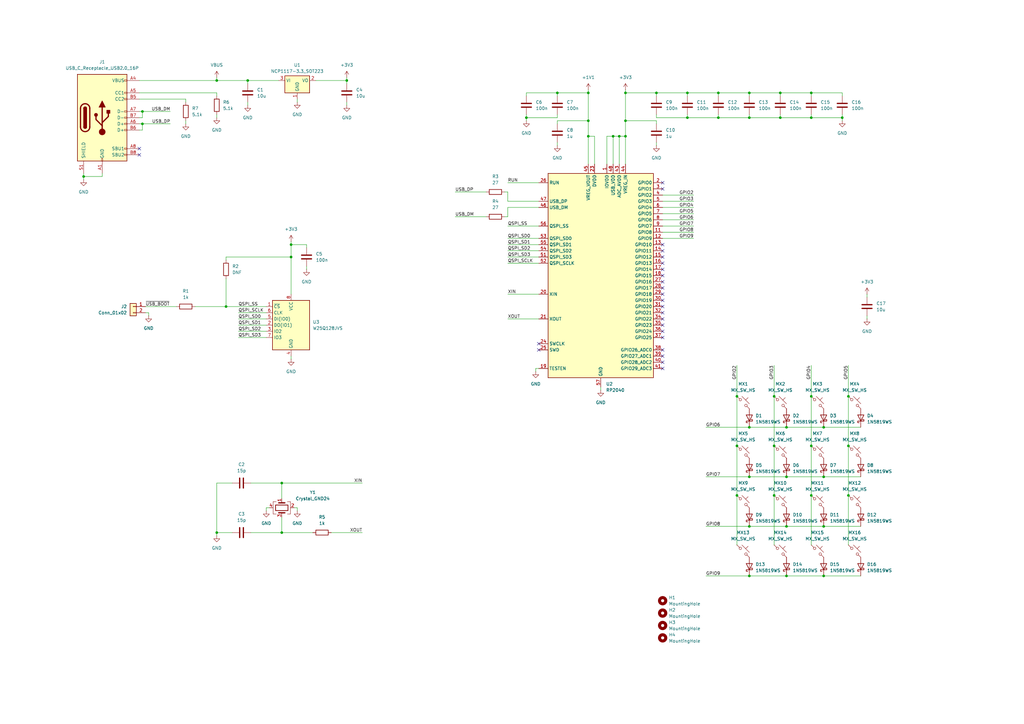
<source format=kicad_sch>
(kicad_sch (version 20231120) (generator "eeschema") (generator_version "8.0")
  (paper "A3")
  (title_block (title "Bandung v1.0.0") (date "2024-06-18") (rev "1") (company "Hikariakari"))
  (junction (at 88.9 218.44))
  (junction (at 119.38 105.41))
  (junction (at 307.34 48.26))
  (junction (at 115.57 218.44))
  (junction (at 215.9 48.26))
  (junction (at 307.34 195.58))
  (junction (at 302.26 203.2))
  (junction (at 320.04 38.1))
  (junction (at 317.5 203.2))
  (junction (at 142.24 33.02))
  (junction (at 317.5 182.88))
  (junction (at 320.04 48.26))
  (junction (at 345.44 48.26))
  (junction (at 337.82 215.9))
  (junction (at 241.3 49.53))
  (junction (at 92.71 125.73))
  (junction (at 58.42 50.8))
  (junction (at 332.74 162.56))
  (junction (at 281.94 48.26))
  (junction (at 307.34 175.26))
  (junction (at 58.42 45.72))
  (junction (at 119.38 100.33))
  (junction (at 332.74 203.2))
  (junction (at 302.26 182.88))
  (junction (at 322.58 195.58))
  (junction (at 251.46 55.88))
  (junction (at 322.58 236.22))
  (junction (at 332.74 182.88))
  (junction (at 294.64 48.26))
  (junction (at 302.26 162.56))
  (junction (at 337.82 236.22))
  (junction (at 228.6 38.1))
  (junction (at 241.3 38.1))
  (junction (at 322.58 175.26))
  (junction (at 347.98 162.56))
  (junction (at 256.54 55.88))
  (junction (at 256.54 38.1))
  (junction (at 307.34 38.1))
  (junction (at 256.54 49.53))
  (junction (at 317.5 162.56))
  (junction (at 241.3 55.88))
  (junction (at 115.57 198.12))
  (junction (at 88.9 33.02))
  (junction (at 269.24 38.1))
  (junction (at 294.64 38.1))
  (junction (at 347.98 203.2))
  (junction (at 307.34 236.22))
  (junction (at 337.82 175.26))
  (junction (at 322.58 215.9))
  (junction (at 332.74 38.1))
  (junction (at 332.74 48.26))
  (junction (at 307.34 215.9))
  (junction (at 337.82 195.58))
  (junction (at 347.98 182.88))
  (junction (at 254 55.88))
  (junction (at 101.6 33.02))
  (junction (at 281.94 38.1))
  (junction (at 34.29 72.39))
  (no_connect (at 57.15 60.96))
  (no_connect (at 271.78 110.49))
  (no_connect (at 271.78 77.47))
  (no_connect (at 271.78 115.57))
  (no_connect (at 271.78 151.13))
  (no_connect (at 271.78 105.41))
  (no_connect (at 271.78 113.03))
  (no_connect (at 271.78 133.35))
  (no_connect (at 271.78 148.59))
  (no_connect (at 271.78 102.87))
  (no_connect (at 271.78 128.27))
  (no_connect (at 271.78 100.33))
  (no_connect (at 271.78 135.89))
  (no_connect (at 271.78 120.65))
  (no_connect (at 271.78 138.43))
  (no_connect (at 271.78 123.19))
  (no_connect (at 271.78 125.73))
  (no_connect (at 220.98 143.51))
  (no_connect (at 57.15 63.5))
  (no_connect (at 271.78 130.81))
  (no_connect (at 271.78 107.95))
  (no_connect (at 271.78 118.11))
  (no_connect (at 220.98 140.97))
  (no_connect (at 271.78 146.05))
  (no_connect (at 271.78 74.93))
  (no_connect (at 271.78 143.51))
  (wire (pts (xy 92.71 105.41) (xy 119.38 105.41)))
  (wire (pts (xy 142.24 33.02) (xy 142.24 34.29)))
  (wire (pts (xy 228.6 38.1) (xy 228.6 39.37)))
  (wire (pts (xy 97.79 138.43) (xy 109.22 138.43)))
  (wire (pts (xy 347.98 162.56) (xy 347.98 149.86)))
  (wire (pts (xy 269.24 49.53) (xy 256.54 49.53)))
  (wire (pts (xy 271.78 80.01) (xy 284.48 80.01)))
  (wire (pts (xy 307.34 175.26) (xy 322.58 175.26)))
  (wire (pts (xy 101.6 41.91) (xy 101.6 43.18)))
  (wire (pts (xy 60.96 129.54) (xy 60.96 128.27)))
  (wire (pts (xy 241.3 49.53) (xy 241.3 55.88)))
  (wire (pts (xy 119.38 105.41) (xy 119.38 120.65)))
  (wire (pts (xy 119.38 146.05) (xy 119.38 147.32)))
  (wire (pts (xy 246.38 158.75) (xy 246.38 160.02)))
  (wire (pts (xy 219.71 151.13) (xy 220.98 151.13)))
  (wire (pts (xy 256.54 36.83) (xy 256.54 38.1)))
  (wire (pts (xy 269.24 58.42) (xy 269.24 59.69)))
  (wire (pts (xy 269.24 46.99) (xy 269.24 48.26)))
  (wire (pts (xy 302.26 162.56) (xy 302.26 182.88)))
  (wire (pts (xy 109.22 208.28) (xy 110.49 208.28)))
  (wire (pts (xy 57.15 53.34) (xy 58.42 53.34)))
  (wire (pts (xy 355.6 120.65) (xy 355.6 121.92)))
  (wire (pts (xy 241.3 67.31) (xy 241.3 55.88)))
  (wire (pts (xy 215.9 38.1) (xy 215.9 39.37)))
  (wire (pts (xy 281.94 38.1) (xy 269.24 38.1)))
  (wire (pts (xy 269.24 49.53) (xy 269.24 50.8)))
  (wire (pts (xy 34.29 71.12) (xy 34.29 72.39)))
  (wire (pts (xy 307.34 236.22) (xy 289.56 236.22)))
  (wire (pts (xy 241.3 55.88) (xy 243.84 55.88)))
  (wire (pts (xy 307.34 195.58) (xy 289.56 195.58)))
  (wire (pts (xy 228.6 38.1) (xy 215.9 38.1)))
  (wire (pts (xy 101.6 33.02) (xy 114.3 33.02)))
  (wire (pts (xy 307.34 236.22) (xy 322.58 236.22)))
  (wire (pts (xy 332.74 162.56) (xy 332.74 182.88)))
  (wire (pts (xy 332.74 38.1) (xy 320.04 38.1)))
  (wire (pts (xy 345.44 38.1) (xy 332.74 38.1)))
  (wire (pts (xy 294.64 38.1) (xy 281.94 38.1)))
  (wire (pts (xy 281.94 38.1) (xy 281.94 39.37)))
  (wire (pts (xy 60.96 128.27) (xy 59.69 128.27)))
  (wire (pts (xy 302.26 203.2) (xy 302.26 223.52)))
  (wire (pts (xy 208.28 102.87) (xy 220.98 102.87)))
  (wire (pts (xy 57.15 40.64) (xy 76.2 40.64)))
  (wire (pts (xy 109.22 209.55) (xy 109.22 208.28)))
  (wire (pts (xy 337.82 175.26) (xy 353.06 175.26)))
  (wire (pts (xy 119.38 99.06) (xy 119.38 100.33)))
  (wire (pts (xy 337.82 215.9) (xy 353.06 215.9)))
  (wire (pts (xy 317.5 182.88) (xy 317.5 203.2)))
  (wire (pts (xy 345.44 48.26) (xy 345.44 46.99)))
  (wire (pts (xy 271.78 85.09) (xy 284.48 85.09)))
  (wire (pts (xy 208.28 130.81) (xy 220.98 130.81)))
  (wire (pts (xy 57.15 45.72) (xy 58.42 45.72)))
  (wire (pts (xy 248.92 55.88) (xy 251.46 55.88)))
  (wire (pts (xy 281.94 46.99) (xy 281.94 48.26)))
  (wire (pts (xy 320.04 46.99) (xy 320.04 48.26)))
  (wire (pts (xy 88.9 218.44) (xy 88.9 219.71)))
  (wire (pts (xy 208.28 82.55) (xy 220.98 82.55)))
  (wire (pts (xy 207.01 88.9) (xy 208.28 88.9)))
  (wire (pts (xy 97.79 130.81) (xy 109.22 130.81)))
  (wire (pts (xy 256.54 67.31) (xy 256.54 55.88)))
  (wire (pts (xy 251.46 55.88) (xy 251.46 67.31)))
  (wire (pts (xy 271.78 82.55) (xy 284.48 82.55)))
  (wire (pts (xy 307.34 48.26) (xy 320.04 48.26)))
  (wire (pts (xy 307.34 38.1) (xy 307.34 39.37)))
  (wire (pts (xy 125.73 100.33) (xy 125.73 101.6)))
  (wire (pts (xy 57.15 33.02) (xy 88.9 33.02)))
  (wire (pts (xy 97.79 128.27) (xy 109.22 128.27)))
  (wire (pts (xy 88.9 198.12) (xy 88.9 218.44)))
  (wire (pts (xy 269.24 38.1) (xy 269.24 39.37)))
  (wire (pts (xy 57.15 48.26) (xy 58.42 48.26)))
  (wire (pts (xy 307.34 46.99) (xy 307.34 48.26)))
  (wire (pts (xy 208.28 78.74) (xy 207.01 78.74)))
  (wire (pts (xy 320.04 48.26) (xy 332.74 48.26)))
  (wire (pts (xy 115.57 204.47) (xy 115.57 198.12)))
  (wire (pts (xy 142.24 41.91) (xy 142.24 43.18)))
  (wire (pts (xy 119.38 100.33) (xy 119.38 105.41)))
  (wire (pts (xy 208.28 107.95) (xy 220.98 107.95)))
  (wire (pts (xy 307.34 215.9) (xy 289.56 215.9)))
  (wire (pts (xy 228.6 48.26) (xy 228.6 46.99)))
  (wire (pts (xy 345.44 38.1) (xy 345.44 39.37)))
  (wire (pts (xy 186.69 88.9) (xy 199.39 88.9)))
  (wire (pts (xy 337.82 195.58) (xy 353.06 195.58)))
  (wire (pts (xy 219.71 152.4) (xy 219.71 151.13)))
  (wire (pts (xy 121.92 40.64) (xy 121.92 41.91)))
  (wire (pts (xy 135.89 218.44) (xy 148.59 218.44)))
  (wire (pts (xy 241.3 49.53) (xy 228.6 49.53)))
  (wire (pts (xy 92.71 125.73) (xy 109.22 125.73)))
  (wire (pts (xy 208.28 88.9) (xy 208.28 85.09)))
  (wire (pts (xy 115.57 218.44) (xy 128.27 218.44)))
  (wire (pts (xy 115.57 218.44) (xy 115.57 212.09)))
  (wire (pts (xy 76.2 40.64) (xy 76.2 41.91)))
  (wire (pts (xy 102.87 218.44) (xy 115.57 218.44)))
  (wire (pts (xy 332.74 162.56) (xy 332.74 149.86)))
  (wire (pts (xy 208.28 74.93) (xy 220.98 74.93)))
  (wire (pts (xy 243.84 55.88) (xy 243.84 67.31)))
  (wire (pts (xy 332.74 203.2) (xy 332.74 223.52)))
  (wire (pts (xy 294.64 48.26) (xy 307.34 48.26)))
  (wire (pts (xy 92.71 106.68) (xy 92.71 105.41)))
  (wire (pts (xy 269.24 48.26) (xy 281.94 48.26)))
  (wire (pts (xy 115.57 198.12) (xy 148.59 198.12)))
  (wire (pts (xy 248.92 67.31) (xy 248.92 55.88)))
  (wire (pts (xy 186.69 78.74) (xy 199.39 78.74)))
  (wire (pts (xy 88.9 33.02) (xy 101.6 33.02)))
  (wire (pts (xy 59.69 125.73) (xy 72.39 125.73)))
  (wire (pts (xy 142.24 31.75) (xy 142.24 33.02)))
  (wire (pts (xy 256.54 49.53) (xy 256.54 38.1)))
  (wire (pts (xy 58.42 53.34) (xy 58.42 50.8)))
  (wire (pts (xy 34.29 72.39) (xy 34.29 73.66)))
  (wire (pts (xy 271.78 95.25) (xy 284.48 95.25)))
  (wire (pts (xy 322.58 236.22) (xy 337.82 236.22)))
  (wire (pts (xy 347.98 182.88) (xy 347.98 203.2)))
  (wire (pts (xy 317.5 203.2) (xy 317.5 223.52)))
  (wire (pts (xy 208.28 85.09) (xy 220.98 85.09)))
  (wire (pts (xy 97.79 135.89) (xy 109.22 135.89)))
  (wire (pts (xy 322.58 215.9) (xy 337.82 215.9)))
  (wire (pts (xy 307.34 195.58) (xy 322.58 195.58)))
  (wire (pts (xy 345.44 48.26) (xy 345.44 49.53)))
  (wire (pts (xy 241.3 36.83) (xy 241.3 38.1)))
  (wire (pts (xy 88.9 218.44) (xy 95.25 218.44)))
  (wire (pts (xy 58.42 48.26) (xy 58.42 45.72)))
  (wire (pts (xy 121.92 208.28) (xy 120.65 208.28)))
  (wire (pts (xy 271.78 92.71) (xy 284.48 92.71)))
  (wire (pts (xy 241.3 38.1) (xy 228.6 38.1)))
  (wire (pts (xy 208.28 105.41) (xy 220.98 105.41)))
  (wire (pts (xy 322.58 195.58) (xy 337.82 195.58)))
  (wire (pts (xy 294.64 46.99) (xy 294.64 48.26)))
  (wire (pts (xy 347.98 162.56) (xy 347.98 182.88)))
  (wire (pts (xy 76.2 49.53) (xy 76.2 50.8)))
  (wire (pts (xy 58.42 45.72) (xy 69.85 45.72)))
  (wire (pts (xy 281.94 48.26) (xy 294.64 48.26)))
  (wire (pts (xy 256.54 55.88) (xy 256.54 49.53)))
  (wire (pts (xy 332.74 182.88) (xy 332.74 203.2)))
  (wire (pts (xy 208.28 97.79) (xy 220.98 97.79)))
  (wire (pts (xy 215.9 46.99) (xy 215.9 48.26)))
  (wire (pts (xy 92.71 125.73) (xy 92.71 114.3)))
  (wire (pts (xy 208.28 100.33) (xy 220.98 100.33)))
  (wire (pts (xy 241.3 49.53) (xy 241.3 38.1)))
  (wire (pts (xy 347.98 203.2) (xy 347.98 223.52)))
  (wire (pts (xy 317.5 162.56) (xy 317.5 149.86)))
  (wire (pts (xy 208.28 92.71) (xy 220.98 92.71)))
  (wire (pts (xy 208.28 120.65) (xy 220.98 120.65)))
  (wire (pts (xy 320.04 38.1) (xy 320.04 39.37)))
  (wire (pts (xy 215.9 48.26) (xy 215.9 49.53)))
  (wire (pts (xy 41.91 72.39) (xy 41.91 71.12)))
  (wire (pts (xy 88.9 31.75) (xy 88.9 33.02)))
  (wire (pts (xy 337.82 236.22) (xy 353.06 236.22)))
  (wire (pts (xy 307.34 215.9) (xy 322.58 215.9)))
  (wire (pts (xy 97.79 133.35) (xy 109.22 133.35)))
  (wire (pts (xy 228.6 58.42) (xy 228.6 59.69)))
  (wire (pts (xy 302.26 182.88) (xy 302.26 203.2)))
  (wire (pts (xy 307.34 175.26) (xy 289.56 175.26)))
  (wire (pts (xy 119.38 100.33) (xy 125.73 100.33)))
  (wire (pts (xy 88.9 46.99) (xy 88.9 48.26)))
  (wire (pts (xy 57.15 38.1) (xy 88.9 38.1)))
  (wire (pts (xy 317.5 162.56) (xy 317.5 182.88)))
  (wire (pts (xy 129.54 33.02) (xy 142.24 33.02)))
  (wire (pts (xy 57.15 50.8) (xy 58.42 50.8)))
  (wire (pts (xy 332.74 48.26) (xy 345.44 48.26)))
  (wire (pts (xy 101.6 33.02) (xy 101.6 34.29)))
  (wire (pts (xy 208.28 78.74) (xy 208.28 82.55)))
  (wire (pts (xy 58.42 50.8) (xy 69.85 50.8)))
  (wire (pts (xy 80.01 125.73) (xy 92.71 125.73)))
  (wire (pts (xy 332.74 38.1) (xy 332.74 39.37)))
  (wire (pts (xy 271.78 90.17) (xy 284.48 90.17)))
  (wire (pts (xy 271.78 87.63) (xy 284.48 87.63)))
  (wire (pts (xy 228.6 49.53) (xy 228.6 50.8)))
  (wire (pts (xy 95.25 198.12) (xy 88.9 198.12)))
  (wire (pts (xy 355.6 129.54) (xy 355.6 130.81)))
  (wire (pts (xy 125.73 109.22) (xy 125.73 110.49)))
  (wire (pts (xy 121.92 209.55) (xy 121.92 208.28)))
  (wire (pts (xy 215.9 48.26) (xy 228.6 48.26)))
  (wire (pts (xy 254 55.88) (xy 256.54 55.88)))
  (wire (pts (xy 302.26 162.56) (xy 302.26 149.86)))
  (wire (pts (xy 34.29 72.39) (xy 41.91 72.39)))
  (wire (pts (xy 271.78 97.79) (xy 284.48 97.79)))
  (wire (pts (xy 254 55.88) (xy 254 67.31)))
  (wire (pts (xy 322.58 175.26) (xy 337.82 175.26)))
  (wire (pts (xy 320.04 38.1) (xy 307.34 38.1)))
  (wire (pts (xy 251.46 55.88) (xy 254 55.88)))
  (wire (pts (xy 332.74 46.99) (xy 332.74 48.26)))
  (wire (pts (xy 269.24 38.1) (xy 256.54 38.1)))
  (wire (pts (xy 88.9 38.1) (xy 88.9 39.37)))
  (wire (pts (xy 307.34 38.1) (xy 294.64 38.1)))
  (wire (pts (xy 294.64 38.1) (xy 294.64 39.37)))
  (wire (pts (xy 102.87 198.12) (xy 115.57 198.12)))
  (label "QSPI_SD3" (at 208.28 105.41 0))
  (label "QSPI_SCLK" (at 97.79 128.27 0))
  (label "GPIO8" (at 284.48 95.25 180))
  (label "GPIO9" (at 289.56 236.22 0))
  (label "QSPI_SD1" (at 208.28 100.33 0))
  (label "GPIO2" (at 302.26 149.86 270))
  (label "GPIO8" (at 289.56 215.9 0))
  (label "QSPI_SD0" (at 208.28 97.79 0))
  (label "QSPI_SD1" (at 97.79 133.35 0))
  (label "XIN" (at 148.59 198.12 180))
  (label "XOUT" (at 148.59 218.44 180))
  (label "GPIO4" (at 284.48 85.09 180))
  (label "GPIO3" (at 317.5 149.86 270))
  (label "QSPI_SS" (at 97.79 125.73 0))
  (label "QSPI_SCLK" (at 208.28 107.95 0))
  (label "GPIO5" (at 284.48 87.63 180))
  (label "GPIO4" (at 332.74 149.86 270))
  (label "GPIO7" (at 284.48 92.71 180))
  (label "GPIO9" (at 284.48 97.79 180))
  (label "~{USB_BOOT}" (at 59.69 125.73 0))
  (label "RUN" (at 208.28 74.93 0))
  (label "QSPI_SD2" (at 208.28 102.87 0))
  (label "QSPI_SS" (at 208.28 92.71 0))
  (label "USB_DM" (at 186.69 88.9 0))
  (label "USB_DP" (at 186.69 78.74 0))
  (label "GPIO2" (at 284.48 80.01 180))
  (label "GPIO5" (at 347.98 149.86 270))
  (label "GPIO3" (at 284.48 82.55 180))
  (label "GPIO6" (at 289.56 175.26 0))
  (label "USB_DP" (at 69.85 50.8 180))
  (label "QSPI_SD0" (at 97.79 130.81 0))
  (label "XOUT" (at 208.28 130.81 0))
  (label "USB_DM" (at 69.85 45.72 180))
  (label "QSPI_SD3" (at 97.79 138.43 0))
  (label "GPIO6" (at 284.48 90.17 180))
  (label "QSPI_SD2" (at 97.79 135.89 0))
  (label "GPIO7" (at 289.56 195.58 0))
  (label "XIN" (at 208.28 120.65 0))
  (symbol (lib_id "Diode:1N5819WS") (at 337.82 232.41 90) (unit 1)
    (property "Reference" "D15" (at 340.36 231.4574 90) (effects (justify right)))
    (property "Value" "1N5819WS" (at 340.36 233.9974 90) (effects (justify right)))
    (property "Footprint" "Diode_SMD:D_SOD-323" (effects (hide yes)))
    (property "Datasheet" "https://datasheet.lcsc.com/lcsc/2204281430_Guangdong-Hottech-1N5819WS_C191023.pdf" (effects (hide yes)))
    (property "Description" "40V 600mV@1A 1A SOD-323 Schottky Barrier Diodes, SOD-323" (effects (hide yes)))
  )
  (symbol (lib_id "power:GND") (at 121.92 209.55 0) (unit 1)
    (property "Reference" "#PWR014" (effects (hide yes)))
    (property "Value" "GND" (at 121.92 214.63 0))
    (property "Description" "Power symbol creates a global label with name \"GND\" , ground" (effects (hide yes)))
  )
  (symbol (lib_id "Device:R") (at 92.71 110.49 180) (unit 1)
    (property "Reference" "R2" (at 95.25 109.2199 0) (effects (justify right)))
    (property "Value" "DNF" (at 95.25 111.7599 0) (effects (justify right)))
    (property "Footprint" "Resistor_SMD:R_0402_1005Metric" (effects (hide yes)))
    (property "Description" "Resistor" (effects (hide yes)))
  )
  (symbol (lib_id "Diode:1N5819WS") (at 307.34 171.45 90) (unit 1)
    (property "Reference" "D1" (at 309.88 170.4974 90) (effects (justify right)))
    (property "Value" "1N5819WS" (at 309.88 173.0374 90) (effects (justify right)))
    (property "Footprint" "Diode_SMD:D_SOD-323" (effects (hide yes)))
    (property "Datasheet" "https://datasheet.lcsc.com/lcsc/2204281430_Guangdong-Hottech-1N5819WS_C191023.pdf" (effects (hide yes)))
    (property "Description" "40V 600mV@1A 1A SOD-323 Schottky Barrier Diodes, SOD-323" (effects (hide yes)))
  )
  (symbol (lib_id "power:GND") (at 215.9 49.53 0) (unit 1)
    (property "Reference" "#PWR018" (effects (hide yes)))
    (property "Value" "GND" (at 215.9 54.61 0))
    (property "Description" "Power symbol creates a global label with name \"GND\" , ground" (effects (hide yes)))
  )
  (symbol (lib_id "power:+1V1") (at 241.3 36.83 0) (unit 1)
    (property "Reference" "#PWR020" (effects (hide yes)))
    (property "Value" "+1V1" (at 241.3 31.75 0))
    (property "Description" "Power symbol creates a global label with name \"+1V1\"" (effects (hide yes)))
  )
  (symbol (lib_id "Regulator_Linear:NCP1117-3.3_SOT223") (at 121.92 33.02 0) (unit 1)
    (property "Reference" "U1" (at 121.92 26.67 0))
    (property "Value" "NCP1117-3.3_SOT223" (at 121.92 29.21 0))
    (property "Footprint" "Package_TO_SOT_SMD:SOT-223-3_TabPin2" (effects (hide yes)))
    (property "Datasheet" "http://www.onsemi.com/pub_link/Collateral/NCP1117-D.PDF" (effects (hide yes)))
    (property "Description" "1A Low drop-out regulator, Fixed Output 3.3V, SOT-223" (effects (hide yes)))
  )
  (symbol (lib_id "power:GND") (at 34.29 73.66 0) (unit 1)
    (property "Reference" "#PWR01" (effects (hide yes)))
    (property "Value" "GND" (at 34.29 78.74 0))
    (property "Description" "Power symbol creates a global label with name \"GND\" , ground" (effects (hide yes)))
  )
  (symbol (lib_id "Device:C") (at 99.06 198.12 90) (unit 1)
    (property "Reference" "C2" (at 99.06 190.5 90))
    (property "Value" "15p" (at 99.06 193.04 90))
    (property "Footprint" "Capacitor_SMD:C_0402_1005Metric" (effects (hide yes)))
    (property "Description" "Unpolarized capacitor" (effects (hide yes)))
  )
  (symbol (lib_id "PCM_marbastlib-mx:MX_SW_HS_CPG151101S11") (at 304.8 185.42 0) (unit 1)
    (property "Reference" "MX5" (at 304.8 177.8 0))
    (property "Value" "MX_SW_HS" (at 304.8 180.34 0))
    (property "Footprint" "PCM_marbastlib-mx:SW_MX_HS_CPG151101S11_1u" (effects (hide yes)))
    (property "Description" "Push button switch, normally open, two pins, 45° tilted, Kailh CPG151101S11 for Cherry MX style switches" (effects (hide yes)))
  )
  (symbol (lib_id "power:GND") (at 219.71 152.4 0) (unit 1)
    (property "Reference" "#PWR022" (effects (hide yes)))
    (property "Value" "GND" (at 219.71 157.48 0))
    (property "Description" "Power symbol creates a global label with name \"GND\" , ground" (effects (hide yes)))
  )
  (symbol (lib_id "power:GND") (at 60.96 129.54 0) (unit 1)
    (property "Reference" "#PWR012" (effects (hide yes)))
    (property "Value" "GND" (at 60.96 134.62 0))
    (property "Description" "Power symbol creates a global label with name \"GND\" , ground" (effects (hide yes)))
  )
  (symbol (lib_id "power:GND") (at 125.73 110.49 0) (unit 1)
    (property "Reference" "#PWR011" (effects (hide yes)))
    (property "Value" "GND" (at 125.73 115.57 0))
    (property "Description" "Power symbol creates a global label with name \"GND\" , ground" (effects (hide yes)))
  )
  (symbol (lib_id "PCM_marbastlib-mx:MX_SW_HS_CPG151101S11") (at 350.52 185.42 0) (unit 1)
    (property "Reference" "MX8" (at 350.52 177.8 0))
    (property "Value" "MX_SW_HS" (at 350.52 180.34 0))
    (property "Footprint" "PCM_marbastlib-mx:SW_MX_HS_CPG151101S11_1u" (effects (hide yes)))
    (property "Description" "Push button switch, normally open, two pins, 45° tilted, Kailh CPG151101S11 for Cherry MX style switches" (effects (hide yes)))
  )
  (symbol (lib_id "Diode:1N5819WS") (at 307.34 212.09 90) (unit 1)
    (property "Reference" "D9" (at 309.88 211.1374 90) (effects (justify right)))
    (property "Value" "1N5819WS" (at 309.88 213.6774 90) (effects (justify right)))
    (property "Footprint" "Diode_SMD:D_SOD-323" (effects (hide yes)))
    (property "Datasheet" "https://datasheet.lcsc.com/lcsc/2204281430_Guangdong-Hottech-1N5819WS_C191023.pdf" (effects (hide yes)))
    (property "Description" "40V 600mV@1A 1A SOD-323 Schottky Barrier Diodes, SOD-323" (effects (hide yes)))
  )
  (symbol (lib_id "Device:C") (at 215.9 43.18 0) (unit 1)
    (property "Reference" "C6" (at 219.71 41.9099 0) (effects (justify left)))
    (property "Value" "100n" (at 219.71 44.4499 0) (effects (justify left)))
    (property "Footprint" "Capacitor_SMD:C_0402_1005Metric" (effects (hide yes)))
    (property "Description" "Unpolarized capacitor" (effects (hide yes)))
  )
  (symbol (lib_id "Diode:1N5819WS") (at 353.06 232.41 90) (unit 1)
    (property "Reference" "D16" (at 355.6 231.4574 90) (effects (justify right)))
    (property "Value" "1N5819WS" (at 355.6 233.9974 90) (effects (justify right)))
    (property "Footprint" "Diode_SMD:D_SOD-323" (effects (hide yes)))
    (property "Datasheet" "https://datasheet.lcsc.com/lcsc/2204281430_Guangdong-Hottech-1N5819WS_C191023.pdf" (effects (hide yes)))
    (property "Description" "40V 600mV@1A 1A SOD-323 Schottky Barrier Diodes, SOD-323" (effects (hide yes)))
  )
  (symbol (lib_id "power:GND") (at 142.24 43.18 0) (unit 1)
    (property "Reference" "#PWR08" (effects (hide yes)))
    (property "Value" "GND" (at 142.24 48.26 0))
    (property "Description" "Power symbol creates a global label with name \"GND\" , ground" (effects (hide yes)))
  )
  (symbol (lib_id "Diode:1N5819WS") (at 307.34 232.41 90) (unit 1)
    (property "Reference" "D13" (at 309.88 231.4574 90) (effects (justify right)))
    (property "Value" "1N5819WS" (at 309.88 233.9974 90) (effects (justify right)))
    (property "Footprint" "Diode_SMD:D_SOD-323" (effects (hide yes)))
    (property "Datasheet" "https://datasheet.lcsc.com/lcsc/2204281430_Guangdong-Hottech-1N5819WS_C191023.pdf" (effects (hide yes)))
    (property "Description" "40V 600mV@1A 1A SOD-323 Schottky Barrier Diodes, SOD-323" (effects (hide yes)))
  )
  (symbol (lib_id "Diode:1N5819WS") (at 322.58 232.41 90) (unit 1)
    (property "Reference" "D14" (at 325.12 231.4574 90) (effects (justify right)))
    (property "Value" "1N5819WS" (at 325.12 233.9974 90) (effects (justify right)))
    (property "Footprint" "Diode_SMD:D_SOD-323" (effects (hide yes)))
    (property "Datasheet" "https://datasheet.lcsc.com/lcsc/2204281430_Guangdong-Hottech-1N5819WS_C191023.pdf" (effects (hide yes)))
    (property "Description" "40V 600mV@1A 1A SOD-323 Schottky Barrier Diodes, SOD-323" (effects (hide yes)))
  )
  (symbol (lib_id "PCM_marbastlib-mx:MX_SW_HS_CPG151101S11") (at 304.8 205.74 0) (unit 1)
    (property "Reference" "MX9" (at 304.8 198.12 0))
    (property "Value" "MX_SW_HS" (at 304.8 200.66 0))
    (property "Footprint" "PCM_marbastlib-mx:SW_MX_HS_CPG151101S11_1u" (effects (hide yes)))
    (property "Description" "Push button switch, normally open, two pins, 45° tilted, Kailh CPG151101S11 for Cherry MX style switches" (effects (hide yes)))
  )
  (symbol (lib_id "MCU_RaspberryPi:RP2040") (at 246.38 113.03 0) (unit 1)
    (property "Reference" "U2" (at 248.5741 157.48 0) (effects (justify left)))
    (property "Value" "RP2040" (at 248.5741 160.02 0) (effects (justify left)))
    (property "Footprint" "Package_DFN_QFN:QFN-56-1EP_7x7mm_P0.4mm_EP3.2x3.2mm" (effects (hide yes)))
    (property "Datasheet" "https://datasheets.raspberrypi.com/rp2040/rp2040-datasheet.pdf" (effects (hide yes)))
    (property "Description" "A microcontroller by Raspberry Pi" (effects (hide yes)))
  )
  (symbol (lib_id "PCM_marbastlib-mx:MX_SW_HS_CPG151101S11") (at 320.04 205.74 0) (unit 1)
    (property "Reference" "MX10" (at 320.04 198.12 0))
    (property "Value" "MX_SW_HS" (at 320.04 200.66 0))
    (property "Footprint" "PCM_marbastlib-mx:SW_MX_HS_CPG151101S11_1u" (effects (hide yes)))
    (property "Description" "Push button switch, normally open, two pins, 45° tilted, Kailh CPG151101S11 for Cherry MX style switches" (effects (hide yes)))
  )
  (symbol (lib_id "Device:C") (at 307.34 43.18 0) (unit 1)
    (property "Reference" "C13" (at 311.15 41.9099 0) (effects (justify left)))
    (property "Value" "100n" (at 311.15 44.4499 0) (effects (justify left)))
    (property "Footprint" "Capacitor_SMD:C_0402_1005Metric" (effects (hide yes)))
    (property "Description" "Unpolarized capacitor" (effects (hide yes)))
  )
  (symbol (lib_id "power:GND") (at 76.2 50.8 0) (unit 1)
    (property "Reference" "#PWR02" (effects (hide yes)))
    (property "Value" "GND" (at 76.2 55.88 0))
    (property "Description" "Power symbol creates a global label with name \"GND\" , ground" (effects (hide yes)))
  )
  (symbol (lib_id "Device:Crystal_GND24") (at 115.57 208.28 270) (unit 1)
    (property "Reference" "Y1" (at 128.27 201.9614 90))
    (property "Value" "Crystal_GND24" (at 128.27 204.5014 90))
    (property "Footprint" "Crystal:Crystal_SMD_3225-4Pin_3.2x2.5mm" (effects (hide yes)))
    (property "Description" "Four pin crystal, GND on pins 2 and 4" (effects (hide yes)))
  )
  (symbol (lib_id "power:GND") (at 121.92 41.91 0) (unit 1)
    (property "Reference" "#PWR07" (effects (hide yes)))
    (property "Value" "GND" (at 121.92 46.99 0))
    (property "Description" "Power symbol creates a global label with name \"GND\" , ground" (effects (hide yes)))
  )
  (symbol (lib_id "PCM_marbastlib-mx:MX_SW_HS_CPG151101S11") (at 335.28 165.1 0) (unit 1)
    (property "Reference" "MX3" (at 335.28 157.48 0))
    (property "Value" "MX_SW_HS" (at 335.28 160.02 0))
    (property "Footprint" "PCM_marbastlib-mx:SW_MX_HS_CPG151101S11_1u" (effects (hide yes)))
    (property "Description" "Push button switch, normally open, two pins, 45° tilted, Kailh CPG151101S11 for Cherry MX style switches" (effects (hide yes)))
  )
  (symbol (lib_id "Diode:1N5819WS") (at 322.58 191.77 90) (unit 1)
    (property "Reference" "D6" (at 325.12 190.8174 90) (effects (justify right)))
    (property "Value" "1N5819WS" (at 325.12 193.3574 90) (effects (justify right)))
    (property "Footprint" "Diode_SMD:D_SOD-323" (effects (hide yes)))
    (property "Datasheet" "https://datasheet.lcsc.com/lcsc/2204281430_Guangdong-Hottech-1N5819WS_C191023.pdf" (effects (hide yes)))
    (property "Description" "40V 600mV@1A 1A SOD-323 Schottky Barrier Diodes, SOD-323" (effects (hide yes)))
  )
  (symbol (lib_id "Device:C") (at 99.06 218.44 90) (unit 1)
    (property "Reference" "C3" (at 99.06 210.82 90))
    (property "Value" "15p" (at 99.06 213.36 90))
    (property "Footprint" "Capacitor_SMD:C_0402_1005Metric" (effects (hide yes)))
    (property "Description" "Unpolarized capacitor" (effects (hide yes)))
  )
  (symbol (lib_id "Device:R") (at 76.2 125.73 90) (unit 1)
    (property "Reference" "R1" (at 76.2 119.38 90))
    (property "Value" "1k" (at 76.2 121.92 90))
    (property "Footprint" "Resistor_SMD:R_0402_1005Metric" (effects (hide yes)))
    (property "Description" "Resistor" (effects (hide yes)))
  )
  (symbol (lib_id "Connector:USB_C_Receptacle_USB2.0_16P") (at 41.91 48.26 0) (unit 1)
    (property "Reference" "J1" (at 41.91 25.4 0))
    (property "Value" "USB_C_Receptacle_USB2.0_16P" (at 41.91 27.94 0))
    (property "Footprint" "Connector_USB:USB_C_Receptacle_GCT_USB4085" (effects (hide yes)))
    (property "Datasheet" "https://www.usb.org/sites/default/files/documents/usb_type-c.zip" (effects (hide yes)))
    (property "Description" "USB 2.0-only 16P Type-C Receptacle connector" (effects (hide yes)))
  )
  (symbol (lib_id "PCM_marbastlib-mx:MX_SW_HS_CPG151101S11") (at 350.52 226.06 0) (unit 1)
    (property "Reference" "MX16" (at 350.52 218.44 0))
    (property "Value" "MX_SW_HS" (at 350.52 220.98 0))
    (property "Footprint" "PCM_marbastlib-mx:SW_MX_HS_CPG151101S11_1u" (effects (hide yes)))
    (property "Description" "Push button switch, normally open, two pins, 45° tilted, Kailh CPG151101S11 for Cherry MX style switches" (effects (hide yes)))
  )
  (symbol (lib_id "power:GND") (at 101.6 43.18 0) (unit 1)
    (property "Reference" "#PWR06" (effects (hide yes)))
    (property "Value" "GND" (at 101.6 48.26 0))
    (property "Description" "Power symbol creates a global label with name \"GND\" , ground" (effects (hide yes)))
  )
  (symbol (lib_id "PCM_marbastlib-mx:MX_SW_HS_CPG151101S11") (at 304.8 165.1 0) (unit 1)
    (property "Reference" "MX1" (at 304.8 157.48 0))
    (property "Value" "MX_SW_HS" (at 304.8 160.02 0))
    (property "Footprint" "PCM_marbastlib-mx:SW_MX_HS_CPG151101S11_1u" (effects (hide yes)))
    (property "Description" "Push button switch, normally open, two pins, 45° tilted, Kailh CPG151101S11 for Cherry MX style switches" (effects (hide yes)))
  )
  (symbol (lib_id "PCM_marbastlib-mx:MX_SW_HS_CPG151101S11") (at 350.52 205.74 0) (unit 1)
    (property "Reference" "MX12" (at 350.52 198.12 0))
    (property "Value" "MX_SW_HS" (at 350.52 200.66 0))
    (property "Footprint" "PCM_marbastlib-mx:SW_MX_HS_CPG151101S11_1u" (effects (hide yes)))
    (property "Description" "Push button switch, normally open, two pins, 45° tilted, Kailh CPG151101S11 for Cherry MX style switches" (effects (hide yes)))
  )
  (symbol (lib_id "power:+3V3") (at 142.24 31.75 0) (unit 1)
    (property "Reference" "#PWR05" (effects (hide yes)))
    (property "Value" "+3V3" (at 142.24 26.67 0))
    (property "Description" "Power symbol creates a global label with name \"+3V3\"" (effects (hide yes)))
  )
  (symbol (lib_id "power:GND") (at 88.9 48.26 0) (unit 1)
    (property "Reference" "#PWR03" (effects (hide yes)))
    (property "Value" "GND" (at 88.9 53.34 0))
    (property "Description" "Power symbol creates a global label with name \"GND\" , ground" (effects (hide yes)))
  )
  (symbol (lib_id "power:+3V3") (at 119.38 99.06 0) (unit 1)
    (property "Reference" "#PWR010" (effects (hide yes)))
    (property "Value" "+3V3" (at 119.38 93.98 0))
    (property "Description" "Power symbol creates a global label with name \"+3V3\"" (effects (hide yes)))
  )
  (symbol (lib_id "PCM_marbastlib-mx:MX_SW_HS_CPG151101S11") (at 335.28 226.06 0) (unit 1)
    (property "Reference" "MX15" (at 335.28 218.44 0))
    (property "Value" "MX_SW_HS" (at 335.28 220.98 0))
    (property "Footprint" "PCM_marbastlib-mx:SW_MX_HS_CPG151101S11_1u" (effects (hide yes)))
    (property "Description" "Push button switch, normally open, two pins, 45° tilted, Kailh CPG151101S11 for Cherry MX style switches" (effects (hide yes)))
  )
  (symbol (lib_id "Diode:1N5819WS") (at 337.82 191.77 90) (unit 1)
    (property "Reference" "D7" (at 340.36 190.8174 90) (effects (justify right)))
    (property "Value" "1N5819WS" (at 340.36 193.3574 90) (effects (justify right)))
    (property "Footprint" "Diode_SMD:D_SOD-323" (effects (hide yes)))
    (property "Datasheet" "https://datasheet.lcsc.com/lcsc/2204281430_Guangdong-Hottech-1N5819WS_C191023.pdf" (effects (hide yes)))
    (property "Description" "40V 600mV@1A 1A SOD-323 Schottky Barrier Diodes, SOD-323" (effects (hide yes)))
  )
  (symbol (lib_id "Connector_Generic:Conn_01x02") (at 54.61 125.73 0) (mirror y) (unit 1)
    (property "Reference" "J2" (at 52.07 125.7299 0) (effects (justify left)))
    (property "Value" "Conn_01x02" (at 52.07 128.2699 0) (effects (justify left)))
    (property "Footprint" "Connector_PinHeader_2.54mm:PinHeader_1x02_P2.54mm_Vertical" (effects (hide yes)))
    (property "Description" "Generic connector, single row, 01x02, script generated (kicad-library-utils/schlib/autogen/connector/)" (effects (hide yes)))
  )
  (symbol (lib_id "Diode:1N5819WS") (at 353.06 171.45 90) (unit 1)
    (property "Reference" "D4" (at 355.6 170.4974 90) (effects (justify right)))
    (property "Value" "1N5819WS" (at 355.6 173.0374 90) (effects (justify right)))
    (property "Footprint" "Diode_SMD:D_SOD-323" (effects (hide yes)))
    (property "Datasheet" "https://datasheet.lcsc.com/lcsc/2204281430_Guangdong-Hottech-1N5819WS_C191023.pdf" (effects (hide yes)))
    (property "Description" "40V 600mV@1A 1A SOD-323 Schottky Barrier Diodes, SOD-323" (effects (hide yes)))
  )
  (symbol (lib_id "Diode:1N5819WS") (at 307.34 191.77 90) (unit 1)
    (property "Reference" "D5" (at 309.88 190.8174 90) (effects (justify right)))
    (property "Value" "1N5819WS" (at 309.88 193.3574 90) (effects (justify right)))
    (property "Footprint" "Diode_SMD:D_SOD-323" (effects (hide yes)))
    (property "Datasheet" "https://datasheet.lcsc.com/lcsc/2204281430_Guangdong-Hottech-1N5819WS_C191023.pdf" (effects (hide yes)))
    (property "Description" "40V 600mV@1A 1A SOD-323 Schottky Barrier Diodes, SOD-323" (effects (hide yes)))
  )
  (symbol (lib_id "power:GND") (at 269.24 59.69 0) (unit 1)
    (property "Reference" "#PWR016" (effects (hide yes)))
    (property "Value" "GND" (at 269.24 64.77 0))
    (property "Description" "Power symbol creates a global label with name \"GND\" , ground" (effects (hide yes)))
  )
  (symbol (lib_id "Device:R") (at 76.2 45.72 0) (unit 1)
    (property "Reference" "R7" (at 78.74 44.4499 0) (effects (justify left)))
    (property "Value" "5.1k" (at 78.74 46.9899 0) (effects (justify left)))
    (property "Footprint" "Resistor_SMD:R_0402_1005Metric" (effects (hide yes)))
    (property "Description" "Resistor" (effects (hide yes)))
  )
  (symbol (lib_id "Diode:1N5819WS") (at 322.58 212.09 90) (unit 1)
    (property "Reference" "D10" (at 325.12 211.1374 90) (effects (justify right)))
    (property "Value" "1N5819WS" (at 325.12 213.6774 90) (effects (justify right)))
    (property "Footprint" "Diode_SMD:D_SOD-323" (effects (hide yes)))
    (property "Datasheet" "https://datasheet.lcsc.com/lcsc/2204281430_Guangdong-Hottech-1N5819WS_C191023.pdf" (effects (hide yes)))
    (property "Description" "40V 600mV@1A 1A SOD-323 Schottky Barrier Diodes, SOD-323" (effects (hide yes)))
  )
  (symbol (lib_id "power:+3V3") (at 256.54 36.83 0) (unit 1)
    (property "Reference" "#PWR021" (effects (hide yes)))
    (property "Value" "+3V3" (at 256.54 31.75 0))
    (property "Description" "Power symbol creates a global label with name \"+3V3\"" (effects (hide yes)))
  )
  (symbol (lib_id "Diode:1N5819WS") (at 337.82 171.45 90) (unit 1)
    (property "Reference" "D3" (at 340.36 170.4974 90) (effects (justify right)))
    (property "Value" "1N5819WS" (at 340.36 173.0374 90) (effects (justify right)))
    (property "Footprint" "Diode_SMD:D_SOD-323" (effects (hide yes)))
    (property "Datasheet" "https://datasheet.lcsc.com/lcsc/2204281430_Guangdong-Hottech-1N5819WS_C191023.pdf" (effects (hide yes)))
    (property "Description" "40V 600mV@1A 1A SOD-323 Schottky Barrier Diodes, SOD-323" (effects (hide yes)))
  )
  (symbol (lib_id "Device:C") (at 228.6 43.18 0) (unit 1)
    (property "Reference" "C7" (at 232.41 41.9099 0) (effects (justify left)))
    (property "Value" "100n" (at 232.41 44.4499 0) (effects (justify left)))
    (property "Footprint" "Capacitor_SMD:C_0402_1005Metric" (effects (hide yes)))
    (property "Description" "Unpolarized capacitor" (effects (hide yes)))
  )
  (symbol (lib_id "power:GND") (at 88.9 219.71 0) (unit 1)
    (property "Reference" "#PWR015" (effects (hide yes)))
    (property "Value" "GND" (at 88.9 224.79 0))
    (property "Description" "Power symbol creates a global label with name \"GND\" , ground" (effects (hide yes)))
  )
  (symbol (lib_id "Diode:1N5819WS") (at 353.06 191.77 90) (unit 1)
    (property "Reference" "D8" (at 355.6 190.8174 90) (effects (justify right)))
    (property "Value" "1N5819WS" (at 355.6 193.3574 90) (effects (justify right)))
    (property "Footprint" "Diode_SMD:D_SOD-323" (effects (hide yes)))
    (property "Datasheet" "https://datasheet.lcsc.com/lcsc/2204281430_Guangdong-Hottech-1N5819WS_C191023.pdf" (effects (hide yes)))
    (property "Description" "40V 600mV@1A 1A SOD-323 Schottky Barrier Diodes, SOD-323" (effects (hide yes)))
  )
  (symbol (lib_id "Device:R") (at 203.2 88.9 90) (unit 1)
    (property "Reference" "R4" (at 203.2 82.55 90))
    (property "Value" "27" (at 203.2 85.09 90))
    (property "Footprint" "Resistor_SMD:R_0402_1005Metric" (effects (hide yes)))
    (property "Description" "Resistor" (effects (hide yes)))
  )
  (symbol (lib_id "PCM_marbastlib-mx:MX_SW_HS_CPG151101S11") (at 304.8 226.06 0) (unit 1)
    (property "Reference" "MX13" (at 304.8 218.44 0))
    (property "Value" "MX_SW_HS" (at 304.8 220.98 0))
    (property "Footprint" "PCM_marbastlib-mx:SW_MX_HS_CPG151101S11_1u" (effects (hide yes)))
    (property "Description" "Push button switch, normally open, two pins, 45° tilted, Kailh CPG151101S11 for Cherry MX style switches" (effects (hide yes)))
  )
  (symbol (lib_id "power:GND") (at 119.38 147.32 0) (unit 1)
    (property "Reference" "#PWR09" (effects (hide yes)))
    (property "Value" "GND" (at 119.38 152.4 0))
    (property "Description" "Power symbol creates a global label with name \"GND\" , ground" (effects (hide yes)))
  )
  (symbol (lib_id "Device:C") (at 294.64 43.18 0) (unit 1)
    (property "Reference" "C12" (at 298.45 41.9099 0) (effects (justify left)))
    (property "Value" "100n" (at 298.45 44.4499 0) (effects (justify left)))
    (property "Footprint" "Capacitor_SMD:C_0402_1005Metric" (effects (hide yes)))
    (property "Description" "Unpolarized capacitor" (effects (hide yes)))
  )
  (symbol (lib_id "Device:C") (at 142.24 38.1 0) (unit 1)
    (property "Reference" "C4" (at 146.05 36.8299 0) (effects (justify left)))
    (property "Value" "10u" (at 146.05 39.3699 0) (effects (justify left)))
    (property "Footprint" "Capacitor_SMD:C_0805_2012Metric" (effects (hide yes)))
    (property "Description" "Unpolarized capacitor" (effects (hide yes)))
  )
  (symbol (lib_id "PCM_marbastlib-mx:MX_SW_HS_CPG151101S11") (at 350.52 165.1 0) (unit 1)
    (property "Reference" "MX4" (at 350.52 157.48 0))
    (property "Value" "MX_SW_HS" (at 350.52 160.02 0))
    (property "Footprint" "PCM_marbastlib-mx:SW_MX_HS_CPG151101S11_1u" (effects (hide yes)))
    (property "Description" "Push button switch, normally open, two pins, 45° tilted, Kailh CPG151101S11 for Cherry MX style switches" (effects (hide yes)))
  )
  (symbol (lib_id "Memory_Flash:W25Q128JVS") (at 119.38 133.35 0) (unit 1)
    (property "Reference" "U3" (at 128.27 132.0799 0) (effects (justify left)))
    (property "Value" "W25Q128JVS" (at 128.27 134.6199 0) (effects (justify left)))
    (property "Footprint" "Package_SO:SOIC-8_5.23x5.23mm_P1.27mm" (effects (hide yes)))
    (property "Datasheet" "http://www.winbond.com/resource-files/w25q128jv_dtr%20revc%2003272018%20plus.pdf" (effects (hide yes)))
    (property "Description" "128Mb Serial Flash Memory, Standard/Dual/Quad SPI, SOIC-8" (effects (hide yes)))
  )
  (symbol (lib_id "Mechanical:MountingHole") (at 271.78 256.54 0) (unit 1) (exclude_from_sim yes) (in_bom no)
    (property "Reference" "H3" (at 274.32 255.2699 0) (effects (justify left)))
    (property "Value" "MountingHole" (at 274.32 257.8099 0) (effects (justify left)))
    (property "Footprint" "MountingHole:MountingHole_3.2mm_M3" (effects (hide yes)))
    (property "Description" "Mounting Hole without connection" (effects (hide yes)))
  )
  (symbol (lib_id "Device:C") (at 345.44 43.18 0) (unit 1)
    (property "Reference" "C16" (at 349.25 41.9099 0) (effects (justify left)))
    (property "Value" "100n" (at 349.25 44.4499 0) (effects (justify left)))
    (property "Footprint" "Capacitor_SMD:C_0402_1005Metric" (effects (hide yes)))
    (property "Description" "Unpolarized capacitor" (effects (hide yes)))
  )
  (symbol (lib_id "Device:C") (at 332.74 43.18 0) (unit 1)
    (property "Reference" "C15" (at 336.55 41.9099 0) (effects (justify left)))
    (property "Value" "100n" (at 336.55 44.4499 0) (effects (justify left)))
    (property "Footprint" "Capacitor_SMD:C_0402_1005Metric" (effects (hide yes)))
    (property "Description" "Unpolarized capacitor" (effects (hide yes)))
  )
  (symbol (lib_id "Mechanical:MountingHole") (at 271.78 246.38 0) (unit 1) (exclude_from_sim yes) (in_bom no)
    (property "Reference" "H1" (at 274.32 245.1099 0) (effects (justify left)))
    (property "Value" "MountingHole" (at 274.32 247.6499 0) (effects (justify left)))
    (property "Footprint" "MountingHole:MountingHole_3.2mm_M3" (effects (hide yes)))
    (property "Description" "Mounting Hole without connection" (effects (hide yes)))
  )
  (symbol (lib_id "Device:C") (at 269.24 54.61 0) (unit 1)
    (property "Reference" "C10" (at 273.05 53.3399 0) (effects (justify left)))
    (property "Value" "1u" (at 273.05 55.8799 0) (effects (justify left)))
    (property "Footprint" "Capacitor_SMD:C_0402_1005Metric" (effects (hide yes)))
    (property "Description" "Unpolarized capacitor" (effects (hide yes)))
  )
  (symbol (lib_id "Diode:1N5819WS") (at 353.06 212.09 90) (unit 1)
    (property "Reference" "D12" (at 355.6 211.1374 90) (effects (justify right)))
    (property "Value" "1N5819WS" (at 355.6 213.6774 90) (effects (justify right)))
    (property "Footprint" "Diode_SMD:D_SOD-323" (effects (hide yes)))
    (property "Datasheet" "https://datasheet.lcsc.com/lcsc/2204281430_Guangdong-Hottech-1N5819WS_C191023.pdf" (effects (hide yes)))
    (property "Description" "40V 600mV@1A 1A SOD-323 Schottky Barrier Diodes, SOD-323" (effects (hide yes)))
  )
  (symbol (lib_id "Device:R") (at 88.9 43.18 0) (unit 1)
    (property "Reference" "R6" (at 91.44 41.9099 0) (effects (justify left)))
    (property "Value" "5.1k" (at 91.44 44.4499 0) (effects (justify left)))
    (property "Footprint" "Resistor_SMD:R_0402_1005Metric" (effects (hide yes)))
    (property "Description" "Resistor" (effects (hide yes)))
  )
  (symbol (lib_id "power:GND") (at 228.6 59.69 0) (unit 1)
    (property "Reference" "#PWR017" (effects (hide yes)))
    (property "Value" "GND" (at 228.6 64.77 0))
    (property "Description" "Power symbol creates a global label with name \"GND\" , ground" (effects (hide yes)))
  )
  (symbol (lib_id "Diode:1N5819WS") (at 322.58 171.45 90) (unit 1)
    (property "Reference" "D2" (at 325.12 170.4974 90) (effects (justify right)))
    (property "Value" "1N5819WS" (at 325.12 173.0374 90) (effects (justify right)))
    (property "Footprint" "Diode_SMD:D_SOD-323" (effects (hide yes)))
    (property "Datasheet" "https://datasheet.lcsc.com/lcsc/2204281430_Guangdong-Hottech-1N5819WS_C191023.pdf" (effects (hide yes)))
    (property "Description" "40V 600mV@1A 1A SOD-323 Schottky Barrier Diodes, SOD-323" (effects (hide yes)))
  )
  (symbol (lib_id "PCM_marbastlib-mx:MX_SW_HS_CPG151101S11") (at 320.04 165.1 0) (unit 1)
    (property "Reference" "MX2" (at 320.04 157.48 0))
    (property "Value" "MX_SW_HS" (at 320.04 160.02 0))
    (property "Footprint" "PCM_marbastlib-mx:SW_MX_HS_CPG151101S11_1u" (effects (hide yes)))
    (property "Description" "Push button switch, normally open, two pins, 45° tilted, Kailh CPG151101S11 for Cherry MX style switches" (effects (hide yes)))
  )
  (symbol (lib_id "Device:C") (at 125.73 105.41 0) (unit 1)
    (property "Reference" "C5" (at 129.54 104.1399 0) (effects (justify left)))
    (property "Value" "100n" (at 129.54 106.6799 0) (effects (justify left)))
    (property "Footprint" "Capacitor_SMD:C_0402_1005Metric" (effects (hide yes)))
    (property "Description" "Unpolarized capacitor" (effects (hide yes)))
  )
  (symbol (lib_id "PCM_marbastlib-mx:MX_SW_HS_CPG151101S11") (at 320.04 226.06 0) (unit 1)
    (property "Reference" "MX14" (at 320.04 218.44 0))
    (property "Value" "MX_SW_HS" (at 320.04 220.98 0))
    (property "Footprint" "PCM_marbastlib-mx:SW_MX_HS_CPG151101S11_1u" (effects (hide yes)))
    (property "Description" "Push button switch, normally open, two pins, 45° tilted, Kailh CPG151101S11 for Cherry MX style switches" (effects (hide yes)))
  )
  (symbol (lib_id "power:VBUS") (at 88.9 31.75 0) (unit 1)
    (property "Reference" "#PWR04" (effects (hide yes)))
    (property "Value" "VBUS" (at 88.9 26.67 0))
    (property "Description" "Power symbol creates a global label with name \"VBUS\"" (effects (hide yes)))
  )
  (symbol (lib_id "Device:C") (at 228.6 54.61 0) (unit 1)
    (property "Reference" "C8" (at 232.41 53.3399 0) (effects (justify left)))
    (property "Value" "1u" (at 232.41 55.8799 0) (effects (justify left)))
    (property "Footprint" "Capacitor_SMD:C_0402_1005Metric" (effects (hide yes)))
    (property "Description" "Unpolarized capacitor" (effects (hide yes)))
  )
  (symbol (lib_id "PCM_marbastlib-mx:MX_SW_HS_CPG151101S11") (at 320.04 185.42 0) (unit 1)
    (property "Reference" "MX6" (at 320.04 177.8 0))
    (property "Value" "MX_SW_HS" (at 320.04 180.34 0))
    (property "Footprint" "PCM_marbastlib-mx:SW_MX_HS_CPG151101S11_1u" (effects (hide yes)))
    (property "Description" "Push button switch, normally open, two pins, 45° tilted, Kailh CPG151101S11 for Cherry MX style switches" (effects (hide yes)))
  )
  (symbol (lib_id "Device:C") (at 320.04 43.18 0) (unit 1)
    (property "Reference" "C14" (at 323.85 41.9099 0) (effects (justify left)))
    (property "Value" "100n" (at 323.85 44.4499 0) (effects (justify left)))
    (property "Footprint" "Capacitor_SMD:C_0402_1005Metric" (effects (hide yes)))
    (property "Description" "Unpolarized capacitor" (effects (hide yes)))
  )
  (symbol (lib_id "Mechanical:MountingHole") (at 271.78 251.46 0) (unit 1) (exclude_from_sim yes) (in_bom no)
    (property "Reference" "H2" (at 274.32 250.1899 0) (effects (justify left)))
    (property "Value" "MountingHole" (at 274.32 252.7299 0) (effects (justify left)))
    (property "Footprint" "MountingHole:MountingHole_3.2mm_M3" (effects (hide yes)))
    (property "Description" "Mounting Hole without connection" (effects (hide yes)))
  )
  (symbol (lib_id "Diode:1N5819WS") (at 337.82 212.09 90) (unit 1)
    (property "Reference" "D11" (at 340.36 211.1374 90) (effects (justify right)))
    (property "Value" "1N5819WS" (at 340.36 213.6774 90) (effects (justify right)))
    (property "Footprint" "Diode_SMD:D_SOD-323" (effects (hide yes)))
    (property "Datasheet" "https://datasheet.lcsc.com/lcsc/2204281430_Guangdong-Hottech-1N5819WS_C191023.pdf" (effects (hide yes)))
    (property "Description" "40V 600mV@1A 1A SOD-323 Schottky Barrier Diodes, SOD-323" (effects (hide yes)))
  )
  (symbol (lib_id "Device:C") (at 101.6 38.1 0) (unit 1)
    (property "Reference" "C1" (at 105.41 36.8299 0) (effects (justify left)))
    (property "Value" "10u" (at 105.41 39.3699 0) (effects (justify left)))
    (property "Footprint" "Capacitor_SMD:C_0805_2012Metric" (effects (hide yes)))
    (property "Description" "Unpolarized capacitor" (effects (hide yes)))
  )
  (symbol (lib_id "Device:R") (at 132.08 218.44 90) (unit 1)
    (property "Reference" "R5" (at 132.08 212.09 90))
    (property "Value" "1k" (at 132.08 214.63 90))
    (property "Footprint" "Resistor_SMD:R_0402_1005Metric" (effects (hide yes)))
    (property "Description" "Resistor" (effects (hide yes)))
  )
  (symbol (lib_id "power:GND") (at 355.6 130.81 0) (unit 1)
    (property "Reference" "#PWR025" (effects (hide yes)))
    (property "Value" "GND" (at 355.6 135.89 0))
    (property "Description" "Power symbol creates a global label with name \"GND\" , ground" (effects (hide yes)))
  )
  (symbol (lib_id "Device:R") (at 203.2 78.74 90) (unit 1)
    (property "Reference" "R3" (at 203.2 72.39 90))
    (property "Value" "27" (at 203.2 74.93 90))
    (property "Footprint" "Resistor_SMD:R_0402_1005Metric" (effects (hide yes)))
    (property "Description" "Resistor" (effects (hide yes)))
  )
  (symbol (lib_id "power:GND") (at 345.44 49.53 0) (unit 1)
    (property "Reference" "#PWR019" (effects (hide yes)))
    (property "Value" "GND" (at 345.44 54.61 0))
    (property "Description" "Power symbol creates a global label with name \"GND\" , ground" (effects (hide yes)))
  )
  (symbol (lib_id "Mechanical:MountingHole") (at 271.78 261.62 0) (unit 1) (exclude_from_sim yes) (in_bom no)
    (property "Reference" "H4" (at 274.32 260.3499 0) (effects (justify left)))
    (property "Value" "MountingHole" (at 274.32 262.8899 0) (effects (justify left)))
    (property "Footprint" "MountingHole:MountingHole_3.2mm_M3" (effects (hide yes)))
    (property "Description" "Mounting Hole without connection" (effects (hide yes)))
  )
  (symbol (lib_id "power:GND") (at 246.38 160.02 0) (unit 1)
    (property "Reference" "#PWR023" (effects (hide yes)))
    (property "Value" "GND" (at 246.38 165.1 0))
    (property "Description" "Power symbol creates a global label with name \"GND\" , ground" (effects (hide yes)))
  )
  (symbol (lib_id "Device:C") (at 355.6 125.73 0) (unit 1)
    (property "Reference" "C17" (at 359.41 124.4599 0) (effects (justify left)))
    (property "Value" "10u" (at 359.41 126.9999 0) (effects (justify left)))
    (property "Footprint" "Capacitor_SMD:C_0805_2012Metric" (effects (hide yes)))
    (property "Description" "Unpolarized capacitor" (effects (hide yes)))
  )
  (symbol (lib_id "PCM_marbastlib-mx:MX_SW_HS_CPG151101S11") (at 335.28 205.74 0) (unit 1)
    (property "Reference" "MX11" (at 335.28 198.12 0))
    (property "Value" "MX_SW_HS" (at 335.28 200.66 0))
    (property "Footprint" "PCM_marbastlib-mx:SW_MX_HS_CPG151101S11_1u" (effects (hide yes)))
    (property "Description" "Push button switch, normally open, two pins, 45° tilted, Kailh CPG151101S11 for Cherry MX style switches" (effects (hide yes)))
  )
  (symbol (lib_id "Device:C") (at 281.94 43.18 0) (unit 1)
    (property "Reference" "C11" (at 285.75 41.9099 0) (effects (justify left)))
    (property "Value" "100n" (at 285.75 44.4499 0) (effects (justify left)))
    (property "Footprint" "Capacitor_SMD:C_0402_1005Metric" (effects (hide yes)))
    (property "Description" "Unpolarized capacitor" (effects (hide yes)))
  )
  (symbol (lib_id "power:GND") (at 109.22 209.55 0) (unit 1)
    (property "Reference" "#PWR013" (effects (hide yes)))
    (property "Value" "GND" (at 109.22 214.63 0))
    (property "Description" "Power symbol creates a global label with name \"GND\" , ground" (effects (hide yes)))
  )
  (symbol (lib_id "Device:C") (at 269.24 43.18 0) (unit 1)
    (property "Reference" "C9" (at 273.05 41.9099 0) (effects (justify left)))
    (property "Value" "100n" (at 273.05 44.4499 0) (effects (justify left)))
    (property "Footprint" "Capacitor_SMD:C_0402_1005Metric" (effects (hide yes)))
    (property "Description" "Unpolarized capacitor" (effects (hide yes)))
  )
  (symbol (lib_id "PCM_marbastlib-mx:MX_SW_HS_CPG151101S11") (at 335.28 185.42 0) (unit 1)
    (property "Reference" "MX7" (at 335.28 177.8 0))
    (property "Value" "MX_SW_HS" (at 335.28 180.34 0))
    (property "Footprint" "PCM_marbastlib-mx:SW_MX_HS_CPG151101S11_1u" (effects (hide yes)))
    (property "Description" "Push button switch, normally open, two pins, 45° tilted, Kailh CPG151101S11 for Cherry MX style switches" (effects (hide yes)))
  )
  (symbol (lib_id "power:+3V3") (at 355.6 120.65 0) (unit 1)
    (property "Reference" "#PWR024" (effects (hide yes)))
    (property "Value" "+3V3" (at 355.6 115.57 0))
    (property "Description" "Power symbol creates a global label with name \"+3V3\"" (effects (hide yes)))
  )
)
</source>
